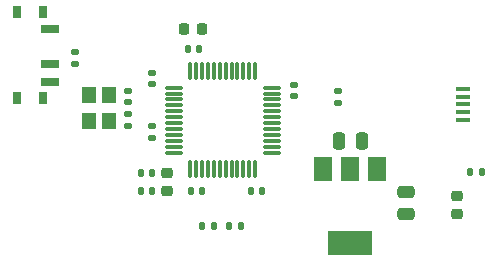
<source format=gbr>
%TF.GenerationSoftware,KiCad,Pcbnew,7.0.1-0*%
%TF.CreationDate,2023-05-28T09:45:46-06:00*%
%TF.ProjectId,stm32-prototype,73746d33-322d-4707-926f-746f74797065,rev?*%
%TF.SameCoordinates,Original*%
%TF.FileFunction,Paste,Top*%
%TF.FilePolarity,Positive*%
%FSLAX46Y46*%
G04 Gerber Fmt 4.6, Leading zero omitted, Abs format (unit mm)*
G04 Created by KiCad (PCBNEW 7.0.1-0) date 2023-05-28 09:45:46*
%MOMM*%
%LPD*%
G01*
G04 APERTURE LIST*
G04 Aperture macros list*
%AMRoundRect*
0 Rectangle with rounded corners*
0 $1 Rounding radius*
0 $2 $3 $4 $5 $6 $7 $8 $9 X,Y pos of 4 corners*
0 Add a 4 corners polygon primitive as box body*
4,1,4,$2,$3,$4,$5,$6,$7,$8,$9,$2,$3,0*
0 Add four circle primitives for the rounded corners*
1,1,$1+$1,$2,$3*
1,1,$1+$1,$4,$5*
1,1,$1+$1,$6,$7*
1,1,$1+$1,$8,$9*
0 Add four rect primitives between the rounded corners*
20,1,$1+$1,$2,$3,$4,$5,0*
20,1,$1+$1,$4,$5,$6,$7,0*
20,1,$1+$1,$6,$7,$8,$9,0*
20,1,$1+$1,$8,$9,$2,$3,0*%
G04 Aperture macros list end*
%ADD10R,1.500000X0.700000*%
%ADD11R,0.800000X1.000000*%
%ADD12R,1.200000X1.400000*%
%ADD13RoundRect,0.075000X-0.075000X-0.662500X0.075000X-0.662500X0.075000X0.662500X-0.075000X0.662500X0*%
%ADD14RoundRect,0.075000X-0.662500X-0.075000X0.662500X-0.075000X0.662500X0.075000X-0.662500X0.075000X0*%
%ADD15R,1.500000X2.000000*%
%ADD16R,3.800000X2.000000*%
%ADD17RoundRect,0.135000X-0.135000X-0.185000X0.135000X-0.185000X0.135000X0.185000X-0.135000X0.185000X0*%
%ADD18RoundRect,0.135000X0.135000X0.185000X-0.135000X0.185000X-0.135000X-0.185000X0.135000X-0.185000X0*%
%ADD19RoundRect,0.135000X-0.185000X0.135000X-0.185000X-0.135000X0.185000X-0.135000X0.185000X0.135000X0*%
%ADD20RoundRect,0.135000X0.185000X-0.135000X0.185000X0.135000X-0.185000X0.135000X-0.185000X-0.135000X0*%
%ADD21R,1.300000X0.450000*%
%ADD22RoundRect,0.218750X0.256250X-0.218750X0.256250X0.218750X-0.256250X0.218750X-0.256250X-0.218750X0*%
%ADD23RoundRect,0.218750X-0.256250X0.218750X-0.256250X-0.218750X0.256250X-0.218750X0.256250X0.218750X0*%
%ADD24RoundRect,0.140000X0.170000X-0.140000X0.170000X0.140000X-0.170000X0.140000X-0.170000X-0.140000X0*%
%ADD25RoundRect,0.140000X-0.140000X-0.170000X0.140000X-0.170000X0.140000X0.170000X-0.140000X0.170000X0*%
%ADD26RoundRect,0.140000X0.140000X0.170000X-0.140000X0.170000X-0.140000X-0.170000X0.140000X-0.170000X0*%
%ADD27RoundRect,0.140000X-0.170000X0.140000X-0.170000X-0.140000X0.170000X-0.140000X0.170000X0.140000X0*%
%ADD28RoundRect,0.225000X-0.225000X-0.250000X0.225000X-0.250000X0.225000X0.250000X-0.225000X0.250000X0*%
%ADD29RoundRect,0.250000X0.475000X-0.250000X0.475000X0.250000X-0.475000X0.250000X-0.475000X-0.250000X0*%
%ADD30RoundRect,0.250000X-0.250000X-0.475000X0.250000X-0.475000X0.250000X0.475000X-0.250000X0.475000X0*%
G04 APERTURE END LIST*
D10*
%TO.C,SW1*%
X82405000Y-86750000D03*
X82405000Y-85250000D03*
X82405000Y-82250000D03*
D11*
X81755000Y-80850000D03*
X79545000Y-88150000D03*
X79545000Y-80850000D03*
X81755000Y-88150000D03*
%TD*%
D12*
%TO.C,Y1*%
X87350000Y-87900000D03*
X87350000Y-90100000D03*
X85650000Y-90100000D03*
X85650000Y-87900000D03*
%TD*%
D13*
%TO.C,U2*%
X94250000Y-85837500D03*
X94750000Y-85837500D03*
X95250000Y-85837500D03*
X95750000Y-85837500D03*
X96250000Y-85837500D03*
X96750000Y-85837500D03*
X97250000Y-85837500D03*
X97750000Y-85837500D03*
X98250000Y-85837500D03*
X98750000Y-85837500D03*
X99250000Y-85837500D03*
X99750000Y-85837500D03*
D14*
X101162500Y-87250000D03*
X101162500Y-87750000D03*
X101162500Y-88250000D03*
X101162500Y-88750000D03*
X101162500Y-89250000D03*
X101162500Y-89750000D03*
X101162500Y-90250000D03*
X101162500Y-90750000D03*
X101162500Y-91250000D03*
X101162500Y-91750000D03*
X101162500Y-92250000D03*
X101162500Y-92750000D03*
D13*
X99750000Y-94162500D03*
X99250000Y-94162500D03*
X98750000Y-94162500D03*
X98250000Y-94162500D03*
X97750000Y-94162500D03*
X97250000Y-94162500D03*
X96750000Y-94162500D03*
X96250000Y-94162500D03*
X95750000Y-94162500D03*
X95250000Y-94162500D03*
X94750000Y-94162500D03*
X94250000Y-94162500D03*
D14*
X92837500Y-92750000D03*
X92837500Y-92250000D03*
X92837500Y-91750000D03*
X92837500Y-91250000D03*
X92837500Y-90750000D03*
X92837500Y-90250000D03*
X92837500Y-89750000D03*
X92837500Y-89250000D03*
X92837500Y-88750000D03*
X92837500Y-88250000D03*
X92837500Y-87750000D03*
X92837500Y-87250000D03*
%TD*%
D15*
%TO.C,U1*%
X110050000Y-94100000D03*
D16*
X107750000Y-100400000D03*
D15*
X107750000Y-94100000D03*
X105450000Y-94100000D03*
%TD*%
D17*
%TO.C,R5*%
X98510000Y-99000000D03*
X97490000Y-99000000D03*
%TD*%
D18*
%TO.C,R4*%
X95240000Y-99000000D03*
X96260000Y-99000000D03*
%TD*%
D19*
%TO.C,R3*%
X106750000Y-87565000D03*
X106750000Y-88585000D03*
%TD*%
D20*
%TO.C,R2*%
X84525000Y-85260000D03*
X84525000Y-84240000D03*
%TD*%
D17*
%TO.C,R1*%
X117930000Y-94400000D03*
X118950000Y-94400000D03*
%TD*%
D21*
%TO.C,J1*%
X117350000Y-87350000D03*
X117350000Y-88000000D03*
X117350000Y-88650000D03*
X117350000Y-89300000D03*
X117350000Y-89950000D03*
%TD*%
D22*
%TO.C,FB1*%
X92250000Y-96037500D03*
X92250000Y-94462500D03*
%TD*%
D23*
%TO.C,D1*%
X116850000Y-96412500D03*
X116850000Y-97987500D03*
%TD*%
D24*
%TO.C,C13*%
X89000000Y-90460000D03*
X89000000Y-89500000D03*
%TD*%
%TO.C,C12*%
X89000000Y-87520000D03*
X89000000Y-88480000D03*
%TD*%
D25*
%TO.C,C11*%
X94290000Y-96000000D03*
X95250000Y-96000000D03*
%TD*%
D26*
%TO.C,C10*%
X91000000Y-96000000D03*
X90040000Y-96000000D03*
%TD*%
%TO.C,C9*%
X91000000Y-94500000D03*
X90040000Y-94500000D03*
%TD*%
D24*
%TO.C,C8*%
X91000000Y-91480000D03*
X91000000Y-90520000D03*
%TD*%
D25*
%TO.C,C7*%
X94020000Y-84000000D03*
X94980000Y-84000000D03*
%TD*%
D27*
%TO.C,C6*%
X103000000Y-87020000D03*
X103000000Y-87980000D03*
%TD*%
D26*
%TO.C,C5*%
X99370000Y-96025000D03*
X100330000Y-96025000D03*
%TD*%
D24*
%TO.C,C4*%
X91000000Y-86020000D03*
X91000000Y-86980000D03*
%TD*%
D28*
%TO.C,C3*%
X93725000Y-82250000D03*
X95275000Y-82250000D03*
%TD*%
D29*
%TO.C,C2*%
X112500000Y-97950000D03*
X112500000Y-96050000D03*
%TD*%
D30*
%TO.C,C1*%
X106850000Y-91750000D03*
X108750000Y-91750000D03*
%TD*%
M02*

</source>
